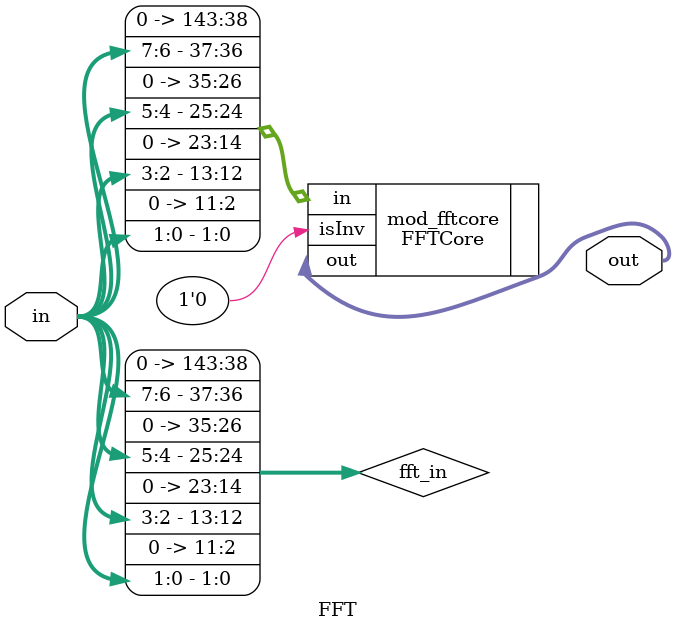
<source format=v>
`timescale 1ns / 1ps


module FFT(
    input [7:0] in,
    output [143:0] out
    );
    wire [143:0] fft_in;
    
    FFTCore mod_fftcore(.in(fft_in), .isInv(1'b0), .out(out));
    
    assign fft_in = {154'b0, in[7:6], 10'b0, in[5:4], 10'b0, in[3:2], 10'b0, in[1:0]};
    

 endmodule  
</source>
